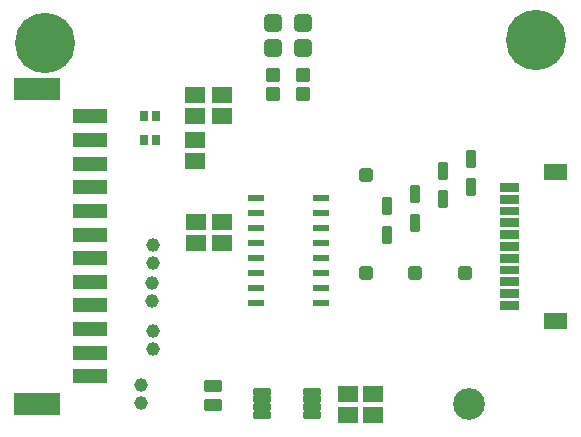
<source format=gts>
G04*
G04 #@! TF.GenerationSoftware,Altium Limited,Altium Designer,22.10.1 (41)*
G04*
G04 Layer_Color=8388736*
%FSLAX25Y25*%
%MOIN*%
G70*
G04*
G04 #@! TF.SameCoordinates,8FEA939C-E76D-43F5-B1C2-14765C5B3C68*
G04*
G04*
G04 #@! TF.FilePolarity,Negative*
G04*
G01*
G75*
%ADD15R,0.05728X0.02197*%
%ADD29C,0.04528*%
G04:AMPARAMS|DCode=30|XSize=61.02mil|YSize=41.34mil|CornerRadius=5.61mil|HoleSize=0mil|Usage=FLASHONLY|Rotation=180.000|XOffset=0mil|YOffset=0mil|HoleType=Round|Shape=RoundedRectangle|*
%AMROUNDEDRECTD30*
21,1,0.06102,0.03012,0,0,180.0*
21,1,0.04980,0.04134,0,0,180.0*
1,1,0.01122,-0.02490,0.01506*
1,1,0.01122,0.02490,0.01506*
1,1,0.01122,0.02490,-0.01506*
1,1,0.01122,-0.02490,-0.01506*
%
%ADD30ROUNDEDRECTD30*%
G04:AMPARAMS|DCode=31|XSize=45.28mil|YSize=45.28mil|CornerRadius=6.89mil|HoleSize=0mil|Usage=FLASHONLY|Rotation=90.000|XOffset=0mil|YOffset=0mil|HoleType=Round|Shape=RoundedRectangle|*
%AMROUNDEDRECTD31*
21,1,0.04528,0.03150,0,0,90.0*
21,1,0.03150,0.04528,0,0,90.0*
1,1,0.01378,0.01575,0.01575*
1,1,0.01378,0.01575,-0.01575*
1,1,0.01378,-0.01575,-0.01575*
1,1,0.01378,-0.01575,0.01575*
%
%ADD31ROUNDEDRECTD31*%
G04:AMPARAMS|DCode=32|XSize=62.99mil|YSize=23.62mil|CornerRadius=5.17mil|HoleSize=0mil|Usage=FLASHONLY|Rotation=180.000|XOffset=0mil|YOffset=0mil|HoleType=Round|Shape=RoundedRectangle|*
%AMROUNDEDRECTD32*
21,1,0.06299,0.01329,0,0,180.0*
21,1,0.05266,0.02362,0,0,180.0*
1,1,0.01034,-0.02633,0.00664*
1,1,0.01034,0.02633,0.00664*
1,1,0.01034,0.02633,-0.00664*
1,1,0.01034,-0.02633,-0.00664*
%
%ADD32ROUNDEDRECTD32*%
%ADD33R,0.11230X0.04537*%
%ADD34R,0.15561X0.07687*%
G04:AMPARAMS|DCode=35|XSize=29.53mil|YSize=33.47mil|CornerRadius=4.72mil|HoleSize=0mil|Usage=FLASHONLY|Rotation=180.000|XOffset=0mil|YOffset=0mil|HoleType=Round|Shape=RoundedRectangle|*
%AMROUNDEDRECTD35*
21,1,0.02953,0.02402,0,0,180.0*
21,1,0.02008,0.03347,0,0,180.0*
1,1,0.00945,-0.01004,0.01201*
1,1,0.00945,0.01004,0.01201*
1,1,0.00945,0.01004,-0.01201*
1,1,0.00945,-0.01004,-0.01201*
%
%ADD35ROUNDEDRECTD35*%
G04:AMPARAMS|DCode=36|XSize=55.12mil|YSize=68.9mil|CornerRadius=7.87mil|HoleSize=0mil|Usage=FLASHONLY|Rotation=270.000|XOffset=0mil|YOffset=0mil|HoleType=Round|Shape=RoundedRectangle|*
%AMROUNDEDRECTD36*
21,1,0.05512,0.05315,0,0,270.0*
21,1,0.03937,0.06890,0,0,270.0*
1,1,0.01575,-0.02657,-0.01968*
1,1,0.01575,-0.02657,0.01968*
1,1,0.01575,0.02657,0.01968*
1,1,0.01575,0.02657,-0.01968*
%
%ADD36ROUNDEDRECTD36*%
G04:AMPARAMS|DCode=37|XSize=57.09mil|YSize=57.09mil|CornerRadius=8.07mil|HoleSize=0mil|Usage=FLASHONLY|Rotation=270.000|XOffset=0mil|YOffset=0mil|HoleType=Round|Shape=RoundedRectangle|*
%AMROUNDEDRECTD37*
21,1,0.05709,0.04095,0,0,270.0*
21,1,0.04095,0.05709,0,0,270.0*
1,1,0.01614,-0.02047,-0.02047*
1,1,0.01614,-0.02047,0.02047*
1,1,0.01614,0.02047,0.02047*
1,1,0.01614,0.02047,-0.02047*
%
%ADD37ROUNDEDRECTD37*%
G04:AMPARAMS|DCode=38|XSize=49.21mil|YSize=45.28mil|CornerRadius=5.91mil|HoleSize=0mil|Usage=FLASHONLY|Rotation=180.000|XOffset=0mil|YOffset=0mil|HoleType=Round|Shape=RoundedRectangle|*
%AMROUNDEDRECTD38*
21,1,0.04921,0.03347,0,0,180.0*
21,1,0.03740,0.04528,0,0,180.0*
1,1,0.01181,-0.01870,0.01673*
1,1,0.01181,0.01870,0.01673*
1,1,0.01181,0.01870,-0.01673*
1,1,0.01181,-0.01870,-0.01673*
%
%ADD38ROUNDEDRECTD38*%
G04:AMPARAMS|DCode=39|XSize=59.06mil|YSize=31.5mil|CornerRadius=4.87mil|HoleSize=0mil|Usage=FLASHONLY|Rotation=270.000|XOffset=0mil|YOffset=0mil|HoleType=Round|Shape=RoundedRectangle|*
%AMROUNDEDRECTD39*
21,1,0.05906,0.02175,0,0,270.0*
21,1,0.04931,0.03150,0,0,270.0*
1,1,0.00974,-0.01088,-0.02466*
1,1,0.00974,-0.01088,0.02466*
1,1,0.00974,0.01088,0.02466*
1,1,0.00974,0.01088,-0.02466*
%
%ADD39ROUNDEDRECTD39*%
%ADD40C,0.10591*%
%ADD41C,0.20079*%
G36*
X481213Y282990D02*
Y280028D01*
X474708D01*
Y282990D01*
X481213D01*
D02*
G37*
G36*
Y279053D02*
Y276091D01*
X474708D01*
Y279053D01*
X481213D01*
D02*
G37*
G36*
X497158Y275116D02*
Y269792D01*
X489472D01*
Y275116D01*
X497158D01*
D02*
G37*
G36*
X481213Y286927D02*
Y283965D01*
X474708D01*
Y286927D01*
X481213D01*
D02*
G37*
G36*
Y290864D02*
Y287902D01*
X474708D01*
Y290864D01*
X481213D01*
D02*
G37*
G36*
Y294801D02*
Y291839D01*
X474708D01*
Y294801D01*
X481213D01*
D02*
G37*
G36*
Y298739D02*
Y295776D01*
X474708D01*
Y298739D01*
X481213D01*
D02*
G37*
G36*
Y302676D02*
Y299713D01*
X474708D01*
Y302676D01*
X481213D01*
D02*
G37*
G36*
Y306612D02*
Y303650D01*
X474708D01*
Y306612D01*
X481213D01*
D02*
G37*
G36*
Y310549D02*
Y307587D01*
X474708D01*
Y310549D01*
X481213D01*
D02*
G37*
G36*
Y314487D02*
Y311524D01*
X474708D01*
Y314487D01*
X481213D01*
D02*
G37*
G36*
Y318424D02*
Y315461D01*
X474708D01*
Y318424D01*
X481213D01*
D02*
G37*
G36*
X497158Y324723D02*
Y319398D01*
X489472D01*
Y324723D01*
X497158D01*
D02*
G37*
D15*
X414957Y313419D02*
D03*
Y308418D02*
D03*
Y303418D02*
D03*
Y298418D02*
D03*
Y293419D02*
D03*
Y288419D02*
D03*
Y283418D02*
D03*
Y278418D02*
D03*
X393529D02*
D03*
Y283418D02*
D03*
Y288419D02*
D03*
Y293419D02*
D03*
Y298418D02*
D03*
Y303418D02*
D03*
Y308418D02*
D03*
Y313419D02*
D03*
D29*
X359000Y297638D02*
D03*
Y291638D02*
D03*
X358606Y279134D02*
D03*
Y285134D02*
D03*
X359000Y263016D02*
D03*
Y269016D02*
D03*
X355063Y251000D02*
D03*
Y245000D02*
D03*
D30*
X378969Y250807D02*
D03*
Y244311D02*
D03*
D31*
X446500Y288419D02*
D03*
X430000Y321000D02*
D03*
X463000Y288419D02*
D03*
X430000D02*
D03*
D32*
X395315Y241161D02*
D03*
Y243721D02*
D03*
Y246280D02*
D03*
Y248839D02*
D03*
X412244D02*
D03*
Y246280D02*
D03*
Y243721D02*
D03*
Y241161D02*
D03*
D33*
X338000Y340564D02*
D03*
Y332690D02*
D03*
Y324816D02*
D03*
Y316942D02*
D03*
Y309068D02*
D03*
Y301194D02*
D03*
Y293320D02*
D03*
Y285446D02*
D03*
Y277572D02*
D03*
Y269698D02*
D03*
Y261824D02*
D03*
Y253950D02*
D03*
D34*
X320480Y349816D02*
D03*
Y244698D02*
D03*
D35*
X356031Y332690D02*
D03*
X359968D02*
D03*
Y340564D02*
D03*
X356031D02*
D03*
D36*
X373000D02*
D03*
Y347612D02*
D03*
X373500Y305466D02*
D03*
Y298418D02*
D03*
X373000Y332690D02*
D03*
Y325643D02*
D03*
X382000Y305466D02*
D03*
Y298418D02*
D03*
Y347612D02*
D03*
Y340564D02*
D03*
X424000Y248209D02*
D03*
Y241161D02*
D03*
X432500Y248209D02*
D03*
Y241161D02*
D03*
D37*
X399000Y371634D02*
D03*
Y363366D02*
D03*
X409000D02*
D03*
Y371634D02*
D03*
D38*
X399000Y354500D02*
D03*
Y348201D02*
D03*
X409000Y354500D02*
D03*
Y348201D02*
D03*
D39*
X437000Y301194D02*
D03*
Y310643D02*
D03*
X446333Y305131D02*
D03*
Y314580D02*
D03*
X455667Y313005D02*
D03*
Y322454D02*
D03*
X465000Y316942D02*
D03*
Y326391D02*
D03*
D40*
X464555Y244685D02*
D03*
D41*
X323243Y365000D02*
D03*
X486757Y366000D02*
D03*
M02*

</source>
